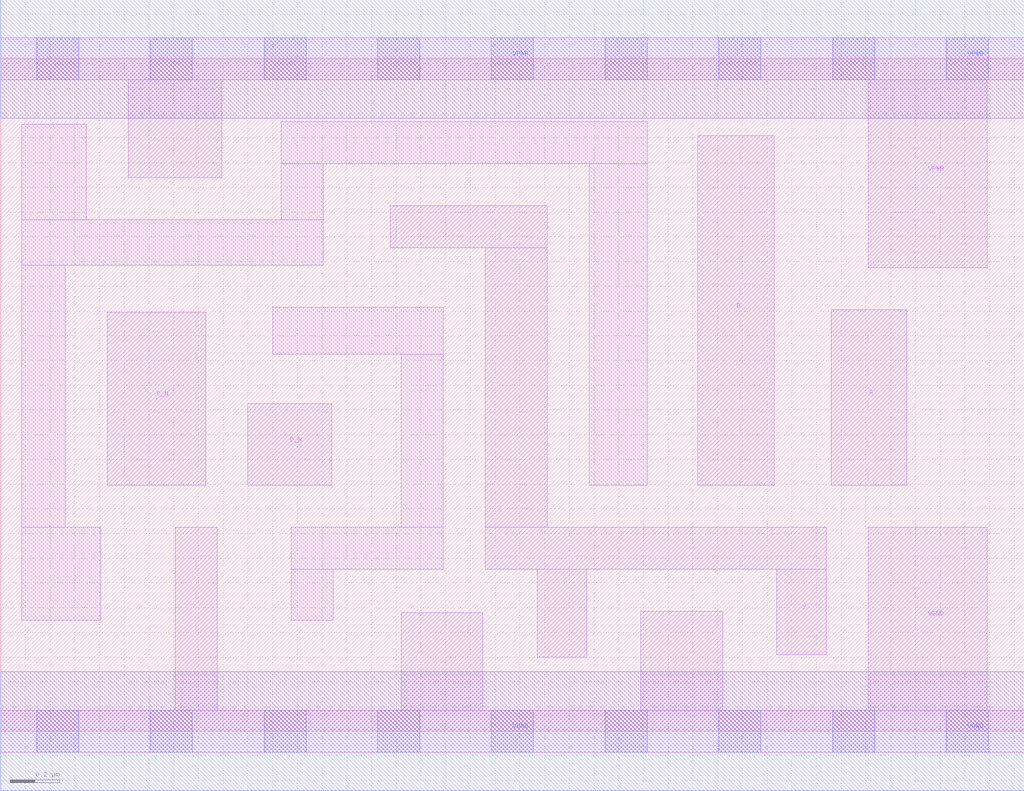
<source format=lef>
# Copyright 2020 The SkyWater PDK Authors
#
# Licensed under the Apache License, Version 2.0 (the "License");
# you may not use this file except in compliance with the License.
# You may obtain a copy of the License at
#
#     https://www.apache.org/licenses/LICENSE-2.0
#
# Unless required by applicable law or agreed to in writing, software
# distributed under the License is distributed on an "AS IS" BASIS,
# WITHOUT WARRANTIES OR CONDITIONS OF ANY KIND, either express or implied.
# See the License for the specific language governing permissions and
# limitations under the License.
#
# SPDX-License-Identifier: Apache-2.0

VERSION 5.7 ;
  NAMESCASESENSITIVE ON ;
  NOWIREEXTENSIONATPIN ON ;
  DIVIDERCHAR "/" ;
  BUSBITCHARS "[]" ;
UNITS
  DATABASE MICRONS 200 ;
END UNITS
PROPERTYDEFINITIONS
  MACRO maskLayoutSubType STRING ;
  MACRO prCellType STRING ;
  MACRO originalViewName STRING ;
END PROPERTYDEFINITIONS
MACRO sky130_fd_sc_hdll__nor4bb_1
  CLASS CORE ;
  FOREIGN sky130_fd_sc_hdll__nor4bb_1 ;
  ORIGIN  0.000000  0.000000 ;
  SIZE  4.140000 BY  2.720000 ;
  SYMMETRY X Y R90 ;
  SITE unithd ;
  PIN A
    ANTENNAGATEAREA  0.277500 ;
    DIRECTION INPUT ;
    USE SIGNAL ;
    PORT
      LAYER li1 ;
        RECT 3.360000 0.995000 3.665000 1.705000 ;
    END
  END A
  PIN B
    ANTENNAGATEAREA  0.277500 ;
    DIRECTION INPUT ;
    USE SIGNAL ;
    PORT
      LAYER li1 ;
        RECT 2.820000 0.995000 3.130000 2.410000 ;
    END
  END B
  PIN C_N
    ANTENNAGATEAREA  0.138600 ;
    DIRECTION INPUT ;
    USE SIGNAL ;
    PORT
      LAYER li1 ;
        RECT 0.430000 0.995000 0.830000 1.695000 ;
    END
  END C_N
  PIN D_N
    ANTENNAGATEAREA  0.138600 ;
    DIRECTION INPUT ;
    USE SIGNAL ;
    PORT
      LAYER li1 ;
        RECT 1.000000 0.995000 1.340000 1.325000 ;
    END
  END D_N
  PIN VGND
    ANTENNADIFFAREA  0.767400 ;
    DIRECTION INOUT ;
    USE SIGNAL ;
    PORT
      LAYER li1 ;
        RECT 0.000000 -0.085000 4.140000 0.085000 ;
        RECT 0.705000  0.085000 0.875000 0.825000 ;
        RECT 1.620000  0.085000 1.950000 0.480000 ;
        RECT 2.590000  0.085000 2.920000 0.485000 ;
        RECT 3.510000  0.085000 3.990000 0.825000 ;
      LAYER mcon ;
        RECT 0.145000 -0.085000 0.315000 0.085000 ;
        RECT 0.605000 -0.085000 0.775000 0.085000 ;
        RECT 1.065000 -0.085000 1.235000 0.085000 ;
        RECT 1.525000 -0.085000 1.695000 0.085000 ;
        RECT 1.985000 -0.085000 2.155000 0.085000 ;
        RECT 2.445000 -0.085000 2.615000 0.085000 ;
        RECT 2.905000 -0.085000 3.075000 0.085000 ;
        RECT 3.365000 -0.085000 3.535000 0.085000 ;
        RECT 3.825000 -0.085000 3.995000 0.085000 ;
      LAYER met1 ;
        RECT 0.000000 -0.240000 4.140000 0.240000 ;
    END
  END VGND
  PIN VPWR
    ANTENNADIFFAREA  0.523625 ;
    DIRECTION INOUT ;
    USE SIGNAL ;
    PORT
      LAYER li1 ;
        RECT 0.000000 2.635000 4.140000 2.805000 ;
        RECT 0.515000 2.240000 0.895000 2.635000 ;
        RECT 3.510000 1.875000 3.990000 2.635000 ;
      LAYER mcon ;
        RECT 0.145000 2.635000 0.315000 2.805000 ;
        RECT 0.605000 2.635000 0.775000 2.805000 ;
        RECT 1.065000 2.635000 1.235000 2.805000 ;
        RECT 1.525000 2.635000 1.695000 2.805000 ;
        RECT 1.985000 2.635000 2.155000 2.805000 ;
        RECT 2.445000 2.635000 2.615000 2.805000 ;
        RECT 2.905000 2.635000 3.075000 2.805000 ;
        RECT 3.365000 2.635000 3.535000 2.805000 ;
        RECT 3.825000 2.635000 3.995000 2.805000 ;
      LAYER met1 ;
        RECT 0.000000 2.480000 4.140000 2.960000 ;
    END
  END VPWR
  PIN Y
    ANTENNADIFFAREA  0.660000 ;
    DIRECTION OUTPUT ;
    USE SIGNAL ;
    PORT
      LAYER li1 ;
        RECT 1.575000 1.955000 2.210000 2.125000 ;
        RECT 1.960000 0.655000 3.340000 0.825000 ;
        RECT 1.960000 0.825000 2.210000 1.955000 ;
        RECT 2.170000 0.300000 2.370000 0.655000 ;
        RECT 3.140000 0.310000 3.340000 0.655000 ;
    END
  END Y
  OBS
    LAYER li1 ;
      RECT 0.085000 0.450000 0.405000 0.825000 ;
      RECT 0.085000 0.825000 0.260000 1.885000 ;
      RECT 0.085000 1.885000 1.305000 2.070000 ;
      RECT 0.085000 2.070000 0.345000 2.455000 ;
      RECT 1.100000 1.525000 1.790000 1.715000 ;
      RECT 1.135000 2.070000 1.305000 2.295000 ;
      RECT 1.135000 2.295000 2.615000 2.465000 ;
      RECT 1.175000 0.450000 1.345000 0.655000 ;
      RECT 1.175000 0.655000 1.790000 0.825000 ;
      RECT 1.620000 0.825000 1.790000 1.525000 ;
      RECT 2.380000 0.995000 2.615000 2.295000 ;
  END
  PROPERTY maskLayoutSubType "abstract" ;
  PROPERTY prCellType "standard" ;
  PROPERTY originalViewName "layout" ;
END sky130_fd_sc_hdll__nor4bb_1

</source>
